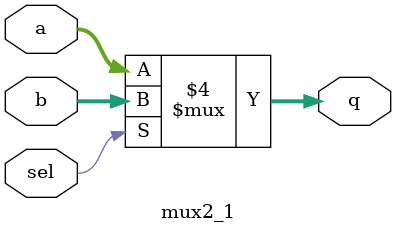
<source format=v>
module mux2_1(a,b,sel,q);
	parameter WIDTH = 8;
	input [WIDTH-1:0] a,b;
	input sel;
	output reg [WIDTH-1:0] q;
	always @(*) begin
		if(sel==0) q=a;
		else q=b;
	end
endmodule
</source>
